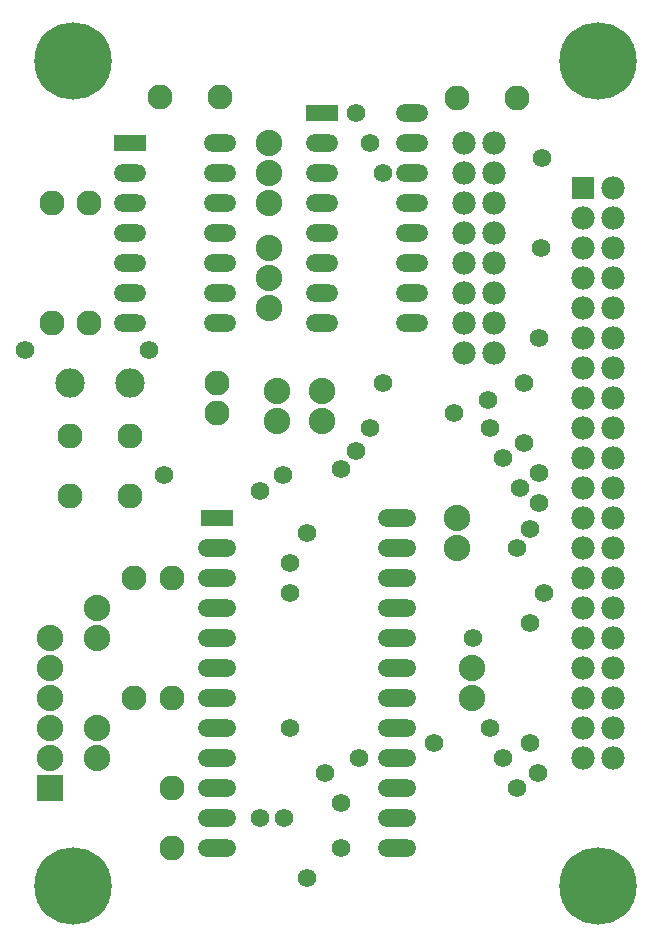
<source format=gts>
G04 Layer_Color=8388736*
%FSLAX25Y25*%
%MOIN*%
G70*
G01*
G75*
%ADD30C,0.08300*%
%ADD31R,0.07800X0.07800*%
%ADD32C,0.07800*%
%ADD33C,0.09800*%
%ADD34C,0.08800*%
%ADD35C,0.25800*%
%ADD36R,0.08800X0.08800*%
%ADD37R,0.10800X0.05800*%
%ADD38O,0.10800X0.05800*%
%ADD39O,0.12800X0.05800*%
%ADD40C,0.06200*%
D30*
X542500Y315000D02*
D03*
Y325000D02*
D03*
X527500Y170000D02*
D03*
Y190000D02*
D03*
X513500Y307500D02*
D03*
Y287500D02*
D03*
X493500Y307500D02*
D03*
Y287500D02*
D03*
X543500Y420500D02*
D03*
X523500D02*
D03*
X622500Y420000D02*
D03*
X642500D02*
D03*
X487500Y385000D02*
D03*
Y345000D02*
D03*
X515000Y220000D02*
D03*
Y260000D02*
D03*
X527500D02*
D03*
Y220000D02*
D03*
X500000Y345000D02*
D03*
Y385000D02*
D03*
D31*
X664500Y390000D02*
D03*
D32*
X674500D02*
D03*
X664500Y380000D02*
D03*
X674500D02*
D03*
X664500Y370000D02*
D03*
X674500D02*
D03*
X664500Y360000D02*
D03*
X674500D02*
D03*
X664500Y350000D02*
D03*
X674500D02*
D03*
X664500Y340000D02*
D03*
X674500D02*
D03*
X664500Y330000D02*
D03*
X674500D02*
D03*
X664500Y320000D02*
D03*
X674500D02*
D03*
X664500Y310000D02*
D03*
X674500D02*
D03*
X664500Y300000D02*
D03*
X674500D02*
D03*
X664500Y290000D02*
D03*
X674500D02*
D03*
X664500Y280000D02*
D03*
X674500D02*
D03*
X664500Y270000D02*
D03*
X674500D02*
D03*
X664500Y260000D02*
D03*
X674500D02*
D03*
X664500Y250000D02*
D03*
X674500D02*
D03*
X664500Y240000D02*
D03*
X674500D02*
D03*
X664500Y230000D02*
D03*
X674500D02*
D03*
X664500Y220000D02*
D03*
X674500D02*
D03*
X664500Y210000D02*
D03*
X674500D02*
D03*
X664500Y200000D02*
D03*
X674500D02*
D03*
X635000Y405000D02*
D03*
X625000D02*
D03*
Y395000D02*
D03*
X635000D02*
D03*
X625000Y385000D02*
D03*
X635000D02*
D03*
X625000Y375000D02*
D03*
X635000D02*
D03*
X625000Y365000D02*
D03*
X635000D02*
D03*
X625000Y355000D02*
D03*
X635000D02*
D03*
X625000Y345000D02*
D03*
X635000D02*
D03*
X625000Y335000D02*
D03*
X635000D02*
D03*
D33*
X493500Y325000D02*
D03*
X513500D02*
D03*
D34*
X502500Y250000D02*
D03*
Y240000D02*
D03*
Y200000D02*
D03*
Y210000D02*
D03*
X622500Y270000D02*
D03*
Y280000D02*
D03*
X562500Y322500D02*
D03*
Y312500D02*
D03*
X577500D02*
D03*
Y322500D02*
D03*
X627500Y220000D02*
D03*
Y230000D02*
D03*
X560000Y360000D02*
D03*
Y350000D02*
D03*
Y370000D02*
D03*
Y405000D02*
D03*
Y385000D02*
D03*
Y395000D02*
D03*
X487000Y240000D02*
D03*
Y230000D02*
D03*
Y220000D02*
D03*
Y200000D02*
D03*
Y210000D02*
D03*
D35*
X494500Y157500D02*
D03*
Y432500D02*
D03*
X669500D02*
D03*
Y157500D02*
D03*
D36*
X487000Y190000D02*
D03*
D37*
X513500Y405000D02*
D03*
X577500Y415000D02*
D03*
X542500Y280000D02*
D03*
D38*
X513500Y395000D02*
D03*
Y385000D02*
D03*
Y375000D02*
D03*
Y365000D02*
D03*
Y355000D02*
D03*
Y345000D02*
D03*
X543500D02*
D03*
Y355000D02*
D03*
Y365000D02*
D03*
Y375000D02*
D03*
Y385000D02*
D03*
Y395000D02*
D03*
Y405000D02*
D03*
X607500Y415000D02*
D03*
Y405000D02*
D03*
Y395000D02*
D03*
Y385000D02*
D03*
Y375000D02*
D03*
Y365000D02*
D03*
Y355000D02*
D03*
Y345000D02*
D03*
X577500D02*
D03*
Y355000D02*
D03*
Y365000D02*
D03*
Y375000D02*
D03*
Y385000D02*
D03*
Y395000D02*
D03*
Y405000D02*
D03*
D39*
X602500Y280000D02*
D03*
Y270000D02*
D03*
Y260000D02*
D03*
Y250000D02*
D03*
Y240000D02*
D03*
Y230000D02*
D03*
Y220000D02*
D03*
Y210000D02*
D03*
Y200000D02*
D03*
Y190000D02*
D03*
Y180000D02*
D03*
Y170000D02*
D03*
X542500D02*
D03*
Y180000D02*
D03*
Y190000D02*
D03*
Y200000D02*
D03*
Y210000D02*
D03*
Y220000D02*
D03*
Y230000D02*
D03*
Y240000D02*
D03*
Y250000D02*
D03*
Y260000D02*
D03*
Y270000D02*
D03*
D40*
X525000Y294500D02*
D03*
X564500D02*
D03*
X628000Y240000D02*
D03*
X650500Y370000D02*
D03*
X650000Y340000D02*
D03*
Y285000D02*
D03*
X647000Y276500D02*
D03*
X651500Y255000D02*
D03*
X651000Y400000D02*
D03*
X643500Y290000D02*
D03*
X649500Y195000D02*
D03*
X647000Y205000D02*
D03*
X557000Y289000D02*
D03*
X567000Y265000D02*
D03*
X621500Y315000D02*
D03*
X593500Y310000D02*
D03*
X633000Y319500D02*
D03*
X645000Y305000D02*
D03*
Y325000D02*
D03*
X642500Y190000D02*
D03*
Y270000D02*
D03*
X638000Y200000D02*
D03*
Y300000D02*
D03*
X633500Y210000D02*
D03*
X567000Y255000D02*
D03*
X647000Y245000D02*
D03*
X567000Y210000D02*
D03*
X572500Y160000D02*
D03*
X578500Y195000D02*
D03*
X615000Y205000D02*
D03*
X572500Y275000D02*
D03*
X633500Y310000D02*
D03*
X650000Y295000D02*
D03*
X584000Y170000D02*
D03*
Y296500D02*
D03*
X590000Y200000D02*
D03*
X584000Y185000D02*
D03*
X557000Y180000D02*
D03*
X478500Y336000D02*
D03*
X520000D02*
D03*
X565000Y180000D02*
D03*
X589000Y415000D02*
D03*
Y302500D02*
D03*
X593500Y405000D02*
D03*
X598000Y395000D02*
D03*
Y325000D02*
D03*
M02*

</source>
